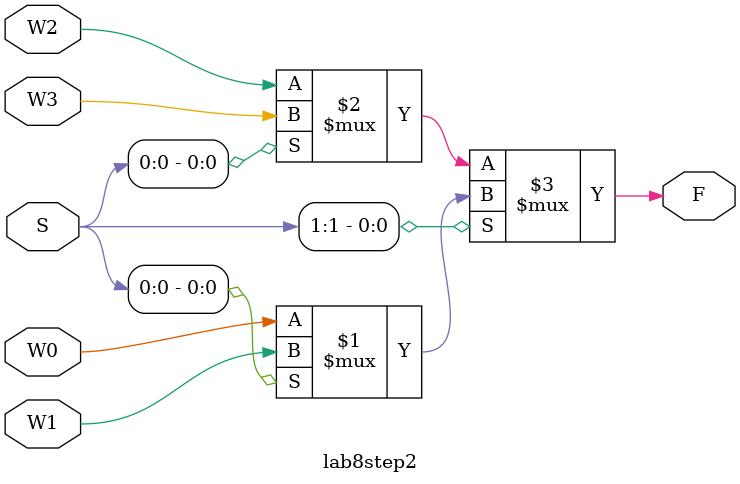
<source format=v>
module lab8step2(W0, W1, W2, W3, S, F);
	input W0, W1, W2, W3;
	input [1:0]S;
	output F;
	
	assign F=(S[1]?(S[0]?W1:W0):(S[0]?W3:W2));
endmodule
</source>
